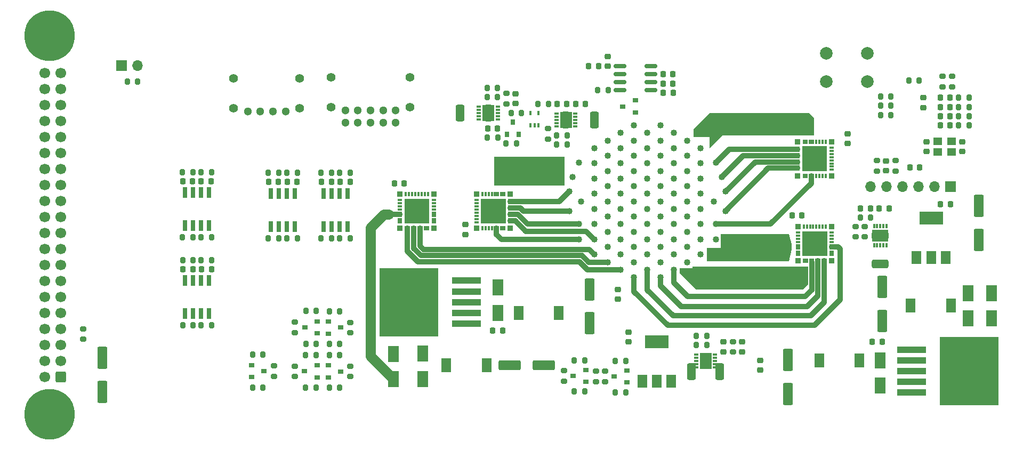
<source format=gbr>
%TF.GenerationSoftware,KiCad,Pcbnew,(6.0.2)*%
%TF.CreationDate,2022-06-14T20:32:41+02:00*%
%TF.ProjectId,SB-Spoko Bezpieczniki,53422d53-706f-46b6-9f20-42657a706965,rev?*%
%TF.SameCoordinates,Original*%
%TF.FileFunction,Soldermask,Top*%
%TF.FilePolarity,Negative*%
%FSLAX46Y46*%
G04 Gerber Fmt 4.6, Leading zero omitted, Abs format (unit mm)*
G04 Created by KiCad (PCBNEW (6.0.2)) date 2022-06-14 20:32:41*
%MOMM*%
%LPD*%
G01*
G04 APERTURE LIST*
G04 Aperture macros list*
%AMRoundRect*
0 Rectangle with rounded corners*
0 $1 Rounding radius*
0 $2 $3 $4 $5 $6 $7 $8 $9 X,Y pos of 4 corners*
0 Add a 4 corners polygon primitive as box body*
4,1,4,$2,$3,$4,$5,$6,$7,$8,$9,$2,$3,0*
0 Add four circle primitives for the rounded corners*
1,1,$1+$1,$2,$3*
1,1,$1+$1,$4,$5*
1,1,$1+$1,$6,$7*
1,1,$1+$1,$8,$9*
0 Add four rect primitives between the rounded corners*
20,1,$1+$1,$2,$3,$4,$5,0*
20,1,$1+$1,$4,$5,$6,$7,0*
20,1,$1+$1,$6,$7,$8,$9,0*
20,1,$1+$1,$8,$9,$2,$3,0*%
%AMFreePoly0*
4,1,5,0.400000,-0.400000,-0.400000,-0.400000,-0.400000,0.400000,0.400000,0.400000,0.400000,-0.400000,0.400000,-0.400000,$1*%
G04 Aperture macros list end*
%ADD10C,0.818830*%
%ADD11C,1.620000*%
%ADD12C,0.000000*%
%ADD13RoundRect,0.225000X0.250000X-0.225000X0.250000X0.225000X-0.250000X0.225000X-0.250000X-0.225000X0*%
%ADD14RoundRect,0.225000X-0.225000X-0.250000X0.225000X-0.250000X0.225000X0.250000X-0.225000X0.250000X0*%
%ADD15RoundRect,0.225000X0.225000X0.250000X-0.225000X0.250000X-0.225000X-0.250000X0.225000X-0.250000X0*%
%ADD16RoundRect,0.225000X-0.250000X0.225000X-0.250000X-0.225000X0.250000X-0.225000X0.250000X0.225000X0*%
%ADD17RoundRect,0.218750X0.218750X0.256250X-0.218750X0.256250X-0.218750X-0.256250X0.218750X-0.256250X0*%
%ADD18RoundRect,0.218750X-0.256250X0.218750X-0.256250X-0.218750X0.256250X-0.218750X0.256250X0.218750X0*%
%ADD19R,0.900000X0.800000*%
%ADD20R,1.700000X1.700000*%
%ADD21O,1.700000X1.700000*%
%ADD22RoundRect,0.218750X-0.218750X-0.256250X0.218750X-0.256250X0.218750X0.256250X-0.218750X0.256250X0*%
%ADD23RoundRect,0.200000X0.200000X0.275000X-0.200000X0.275000X-0.200000X-0.275000X0.200000X-0.275000X0*%
%ADD24RoundRect,0.200000X-0.200000X-0.275000X0.200000X-0.275000X0.200000X0.275000X-0.200000X0.275000X0*%
%ADD25RoundRect,0.200000X-0.275000X0.200000X-0.275000X-0.200000X0.275000X-0.200000X0.275000X0.200000X0*%
%ADD26FreePoly0,0.000000*%
%ADD27FreePoly0,270.000000*%
%ADD28FreePoly0,90.000000*%
%ADD29R,0.800000X0.300000*%
%ADD30R,0.800000X0.200000*%
%ADD31R,0.300000X0.800000*%
%ADD32R,0.200000X0.800000*%
%ADD33R,0.975000X0.975000*%
%ADD34C,0.487500*%
%ADD35RoundRect,0.250000X0.550000X-1.500000X0.550000X1.500000X-0.550000X1.500000X-0.550000X-1.500000X0*%
%ADD36FreePoly0,180.000000*%
%ADD37RoundRect,0.250000X-0.550000X1.500000X-0.550000X-1.500000X0.550000X-1.500000X0.550000X1.500000X0*%
%ADD38R,4.600000X1.100000*%
%ADD39R,9.400000X10.800000*%
%ADD40RoundRect,0.250000X-1.500000X-0.550000X1.500000X-0.550000X1.500000X0.550000X-1.500000X0.550000X0*%
%ADD41R,1.500000X2.200000*%
%ADD42RoundRect,0.200000X0.275000X-0.200000X0.275000X0.200000X-0.275000X0.200000X-0.275000X-0.200000X0*%
%ADD43C,2.000000*%
%ADD44R,1.800000X2.500000*%
%ADD45C,8.000000*%
%ADD46RoundRect,0.250000X0.600000X0.600000X-0.600000X0.600000X-0.600000X-0.600000X0.600000X-0.600000X0*%
%ADD47C,1.700000*%
%ADD48RoundRect,0.150000X0.825000X0.150000X-0.825000X0.150000X-0.825000X-0.150000X0.825000X-0.150000X0*%
%ADD49R,0.750000X0.300000*%
%ADD50R,1.850000X2.550000*%
%ADD51RoundRect,0.250000X-0.425000X-1.075000X0.425000X-1.075000X0.425000X1.075000X-0.425000X1.075000X0*%
%ADD52R,1.500000X2.000000*%
%ADD53R,3.800000X2.000000*%
%ADD54R,0.800000X0.900000*%
%ADD55C,1.300000*%
%ADD56C,1.400000*%
%ADD57RoundRect,0.250000X1.075000X-0.425000X1.075000X0.425000X-1.075000X0.425000X-1.075000X-0.425000X0*%
%ADD58R,0.300000X0.750000*%
%ADD59R,2.550000X1.850000*%
%ADD60R,0.700000X1.700000*%
%ADD61R,1.400000X1.200000*%
%ADD62R,1.850000X2.600000*%
%ADD63R,0.400000X0.650000*%
%ADD64RoundRect,0.250000X0.425000X1.075000X-0.425000X1.075000X-0.425000X-1.075000X0.425000X-1.075000X0*%
%ADD65C,1.020000*%
G04 APERTURE END LIST*
D10*
X171067500Y-99262500D02*
X171845352Y-99262500D01*
X223102926Y-103422926D02*
X222116000Y-103422926D01*
X178832900Y-96262500D02*
X180420800Y-94674600D01*
X171845352Y-99262500D02*
X173526778Y-100943926D01*
X212040600Y-90944000D02*
X205210600Y-97774000D01*
X171067500Y-98262500D02*
X172257232Y-98262500D01*
X219360000Y-115900000D02*
X223450000Y-111810000D01*
X155729000Y-103689000D02*
X156861650Y-104821650D01*
X205856000Y-87944000D02*
X203696000Y-90104000D01*
X219916000Y-111194000D02*
X218230000Y-112880000D01*
X184383200Y-104656800D02*
X183549700Y-103823300D01*
X199230000Y-111320000D02*
X197032400Y-109122400D01*
X216696000Y-87944000D02*
X205856000Y-87944000D01*
X181950000Y-102240000D02*
X169647148Y-102240000D01*
X183549700Y-103823300D02*
X157275180Y-103823300D01*
X190707800Y-108289000D02*
X190707800Y-110527800D01*
X218230000Y-112880000D02*
X198180000Y-112880000D01*
X172669112Y-97262500D02*
X173180012Y-97773400D01*
X192816000Y-110276000D02*
X192816000Y-107069800D01*
X208026000Y-88944000D02*
X204710000Y-92260000D01*
X218917074Y-105872926D02*
X218917074Y-110272926D01*
X182028120Y-105820000D02*
X183277920Y-107069800D01*
X197032400Y-109122400D02*
X197032400Y-107069800D01*
X171067500Y-97262500D02*
X172669112Y-97262500D01*
X156420000Y-105820000D02*
X182028120Y-105820000D01*
X219916000Y-105624000D02*
X219916000Y-111194000D01*
X220916000Y-112274000D02*
X218800000Y-114390000D01*
X217870000Y-111320000D02*
X199230000Y-111320000D01*
X172257232Y-98262500D02*
X173824732Y-99830000D01*
X220916000Y-105624000D02*
X220916000Y-112274000D01*
X169647148Y-102240000D02*
X168868574Y-101461426D01*
D11*
X148840000Y-100370000D02*
X148840000Y-120800000D01*
D10*
X194920000Y-109620000D02*
X194920000Y-108290000D01*
X183496000Y-105876000D02*
X186491400Y-105876000D01*
X173824732Y-99830000D02*
X181950000Y-99830000D01*
X171067500Y-96262500D02*
X178832900Y-96262500D01*
X196930000Y-114390000D02*
X192816000Y-110276000D01*
X216696000Y-90944000D02*
X212040600Y-90944000D01*
X156861650Y-104821650D02*
X182441650Y-104821650D01*
X216696000Y-88944000D02*
X208026000Y-88944000D01*
X154729000Y-104129000D02*
X156420000Y-105820000D01*
X155729000Y-100471000D02*
X155729000Y-103689000D01*
X154729000Y-100471000D02*
X154729000Y-104129000D01*
D12*
G36*
X218480000Y-82160000D02*
G01*
X219290000Y-82970000D01*
X219280000Y-85750000D01*
X204750000Y-85770000D01*
X202670000Y-87750000D01*
X202670000Y-86010000D01*
X200150000Y-86010000D01*
X200150000Y-84740000D01*
X202670000Y-82150000D01*
X218480000Y-82160000D01*
G37*
D10*
X218896000Y-93324000D02*
X218896000Y-92144000D01*
X168868574Y-101461426D02*
X168868574Y-100462500D01*
X196080000Y-115900000D02*
X219360000Y-115900000D01*
X182441650Y-104821650D02*
X183496000Y-105876000D01*
X223450000Y-111810000D02*
X223450000Y-103770000D01*
X157275180Y-103823300D02*
X156727926Y-103276046D01*
D11*
X148840000Y-120800000D02*
X152460000Y-124420000D01*
D10*
X156727926Y-103276046D02*
X156727926Y-100471000D01*
D12*
G36*
X215590000Y-106590000D02*
G01*
X218330000Y-106590000D01*
X218330000Y-109390000D01*
X217520000Y-110180000D01*
X200570000Y-110210000D01*
X197990000Y-107610000D01*
X197990000Y-106830000D01*
X200000000Y-106830000D01*
X200000000Y-106570000D01*
X202290000Y-106570000D01*
X215590000Y-106590000D01*
G37*
D10*
X153529000Y-98271000D02*
X151754000Y-98271000D01*
X173180012Y-97773400D02*
X180420800Y-97773400D01*
X183093926Y-100943926D02*
X184390000Y-102240000D01*
X198180000Y-112880000D02*
X194920000Y-109620000D01*
X212389200Y-99830800D02*
X218896000Y-93324000D01*
X183277920Y-107069800D02*
X188599600Y-107069800D01*
X203687200Y-99830800D02*
X212389200Y-99830800D01*
X223450000Y-103770000D02*
X223102926Y-103422926D01*
X190707800Y-110527800D02*
X196080000Y-115900000D01*
X218917074Y-110272926D02*
X217870000Y-111320000D01*
D12*
G36*
X179650000Y-89140000D02*
G01*
X179650000Y-93680000D01*
X168470000Y-93680000D01*
X168480000Y-89120000D01*
X179650000Y-89140000D01*
G37*
D11*
X151751500Y-98268500D02*
X150941500Y-98268500D01*
D12*
G36*
X215740000Y-103020000D02*
G01*
X215740000Y-103850000D01*
X215280000Y-105750000D01*
X202260000Y-105760000D01*
X202260000Y-103600000D01*
X204500000Y-103600000D01*
X204500000Y-101430000D01*
X215280000Y-101400000D01*
X215740000Y-103020000D01*
G37*
D10*
X173526778Y-100943926D02*
X183093926Y-100943926D01*
X216696000Y-89944000D02*
X209941800Y-89944000D01*
X218800000Y-114390000D02*
X196930000Y-114390000D01*
X209941800Y-89944000D02*
X205232000Y-94653800D01*
D11*
X150941500Y-98268500D02*
X148840000Y-100370000D01*
D13*
%TO.C,C1*%
X163900000Y-101455000D03*
X163900000Y-99905000D03*
%TD*%
D14*
%TO.C,C2*%
X168275000Y-116700000D03*
X169825000Y-116700000D03*
%TD*%
D15*
%TO.C,C3*%
X230105000Y-118500000D03*
X228555000Y-118500000D03*
%TD*%
D16*
%TO.C,C7*%
X210740000Y-121445000D03*
X210740000Y-122995000D03*
%TD*%
D17*
%TO.C,FB1*%
X196907500Y-78960000D03*
X195332500Y-78960000D03*
%TD*%
D18*
%TO.C,FB2*%
X186510000Y-73192500D03*
X186510000Y-74767500D03*
%TD*%
D16*
%TO.C,C6*%
X188170000Y-110175000D03*
X188170000Y-111725000D03*
%TD*%
D19*
%TO.C,D18*%
X190910000Y-82080000D03*
X190910000Y-80180000D03*
X188910000Y-81130000D03*
%TD*%
D20*
%TO.C,JP1*%
X109320000Y-74670000D03*
D21*
X111860000Y-74670000D03*
%TD*%
D16*
%TO.C,C30*%
X224640000Y-85465000D03*
X224640000Y-87015000D03*
%TD*%
D14*
%TO.C,C31*%
X215835000Y-98440000D03*
X217385000Y-98440000D03*
%TD*%
D13*
%TO.C,C34*%
X242850000Y-88315000D03*
X242850000Y-86765000D03*
%TD*%
D14*
%TO.C,C27*%
X195345000Y-77500000D03*
X196895000Y-77500000D03*
%TD*%
%TO.C,C28*%
X195345000Y-76040000D03*
X196895000Y-76040000D03*
%TD*%
%TO.C,C32*%
X152645000Y-93330000D03*
X154195000Y-93330000D03*
%TD*%
D13*
%TO.C,C33*%
X230760000Y-91365000D03*
X230760000Y-89815000D03*
%TD*%
D15*
%TO.C,C29*%
X185070000Y-74770000D03*
X183520000Y-74770000D03*
%TD*%
D22*
%TO.C,D22*%
X239332500Y-84140000D03*
X240907500Y-84140000D03*
%TD*%
D17*
%TO.C,D15*%
X123545000Y-93015000D03*
X121970000Y-93015000D03*
%TD*%
D22*
%TO.C,D19*%
X239322500Y-79760000D03*
X240897500Y-79760000D03*
%TD*%
D13*
%TO.C,C35*%
X237190000Y-88315000D03*
X237190000Y-86765000D03*
%TD*%
D15*
%TO.C,C37*%
X240935000Y-96680000D03*
X239385000Y-96680000D03*
%TD*%
D22*
%TO.C,D21*%
X239332500Y-81220000D03*
X240907500Y-81220000D03*
%TD*%
%TO.C,D20*%
X239332500Y-82680000D03*
X240907500Y-82680000D03*
%TD*%
D17*
%TO.C,D12*%
X134242500Y-93135000D03*
X132667500Y-93135000D03*
%TD*%
%TO.C,D13*%
X145592500Y-93135000D03*
X144017500Y-93135000D03*
%TD*%
%TO.C,D14*%
X142632500Y-93135000D03*
X141057500Y-93135000D03*
%TD*%
D23*
%TO.C,R10*%
X134280000Y-91675000D03*
X132630000Y-91675000D03*
%TD*%
D24*
%TO.C,R37*%
X242250000Y-79760000D03*
X243900000Y-79760000D03*
%TD*%
D23*
%TO.C,R8*%
X120660000Y-115885000D03*
X119010000Y-115885000D03*
%TD*%
%TO.C,R19*%
X111860000Y-77210000D03*
X110210000Y-77210000D03*
%TD*%
%TO.C,R14*%
X142670000Y-91675000D03*
X141020000Y-91675000D03*
%TD*%
D25*
%TO.C,R20*%
X229300000Y-89765000D03*
X229300000Y-91415000D03*
%TD*%
D24*
%TO.C,R38*%
X242255000Y-82680000D03*
X243905000Y-82680000D03*
%TD*%
D25*
%TO.C,R3*%
X232220000Y-89765000D03*
X232220000Y-91415000D03*
%TD*%
D23*
%TO.C,R13*%
X145630000Y-91675000D03*
X143980000Y-91675000D03*
%TD*%
%TO.C,R7*%
X123620000Y-115885000D03*
X121970000Y-115885000D03*
%TD*%
%TO.C,R11*%
X137230000Y-102055000D03*
X135580000Y-102055000D03*
%TD*%
%TO.C,R9*%
X137240000Y-91675000D03*
X135590000Y-91675000D03*
%TD*%
%TO.C,R12*%
X134270000Y-102055000D03*
X132620000Y-102055000D03*
%TD*%
D26*
%TO.C,U15*%
X158929000Y-100471000D03*
D27*
X153529000Y-100471000D03*
X153529000Y-95071000D03*
D28*
X158929000Y-95071000D03*
D29*
X158929000Y-99521000D03*
D30*
X158929000Y-99271000D03*
D29*
X158929000Y-99021000D03*
X158929000Y-98521000D03*
D30*
X158929000Y-98271000D03*
D29*
X158929000Y-98021000D03*
X158929000Y-97521000D03*
X158929000Y-97021000D03*
X158929000Y-96521000D03*
X158929000Y-96021000D03*
D31*
X157979000Y-95071000D03*
X157479000Y-95071000D03*
X156979000Y-95071000D03*
X156479000Y-95071000D03*
X155979000Y-95071000D03*
X155479000Y-95071000D03*
X154979000Y-95071000D03*
X154479000Y-95071000D03*
D29*
X153529000Y-96021000D03*
X153529000Y-96521000D03*
X153529000Y-97021000D03*
X153529000Y-97521000D03*
X153529000Y-98021000D03*
D30*
X153529000Y-98271000D03*
D29*
X153529000Y-98521000D03*
X153529000Y-99021000D03*
D30*
X153529000Y-99271000D03*
D29*
X153529000Y-99521000D03*
D31*
X154479000Y-100471000D03*
D32*
X154729000Y-100471000D03*
D31*
X154979000Y-100471000D03*
D32*
X155729000Y-100471000D03*
D31*
X155479000Y-100471000D03*
X155979000Y-100471000D03*
X156479000Y-100471000D03*
X156979000Y-100471000D03*
D32*
X156729000Y-100471000D03*
D31*
X157479000Y-100471000D03*
D32*
X157729000Y-100471000D03*
D31*
X157979000Y-100471000D03*
D33*
X157691500Y-96308500D03*
X157691500Y-99233500D03*
D34*
X155741500Y-97283500D03*
D33*
X154766500Y-98258500D03*
D34*
X156716500Y-96308500D03*
X157691500Y-97283500D03*
X154766500Y-99233500D03*
D33*
X156716500Y-98258500D03*
D34*
X157691500Y-98258500D03*
X156716500Y-98258500D03*
D33*
X155741500Y-96308500D03*
D34*
X156716500Y-99233500D03*
D33*
X154766500Y-96308500D03*
X154766500Y-97283500D03*
D34*
X155741500Y-96308500D03*
D33*
X155741500Y-97283500D03*
D34*
X154766500Y-97283500D03*
X154766500Y-96308500D03*
D33*
X157691500Y-98258500D03*
X156716500Y-97283500D03*
D34*
X156716500Y-97283500D03*
D33*
X155741500Y-99233500D03*
D34*
X155741500Y-99233500D03*
D33*
X156716500Y-96308500D03*
D34*
X155741500Y-98258500D03*
D33*
X154766500Y-99233500D03*
D34*
X157691500Y-99233500D03*
D33*
X157691500Y-97283500D03*
X155741500Y-98258500D03*
X156716500Y-99233500D03*
D34*
X157691500Y-96308500D03*
X154766500Y-98258500D03*
%TD*%
D35*
%TO.C,C36*%
X245480000Y-102320000D03*
X245480000Y-96920000D03*
%TD*%
%TO.C,C5*%
X230110000Y-115220000D03*
X230110000Y-109820000D03*
%TD*%
D36*
%TO.C,U13*%
X222096000Y-86744000D03*
D27*
X216696000Y-92144000D03*
D26*
X222096000Y-92144000D03*
D36*
X216696000Y-86744000D03*
D31*
X217646000Y-92144000D03*
D32*
X217896000Y-92144000D03*
D31*
X218146000Y-92144000D03*
D32*
X218896000Y-92144000D03*
D31*
X218646000Y-92144000D03*
X219146000Y-92144000D03*
X219646000Y-92144000D03*
X220146000Y-92144000D03*
X220646000Y-92144000D03*
X221146000Y-92144000D03*
D29*
X222096000Y-91194000D03*
X222096000Y-90694000D03*
X222096000Y-90194000D03*
X222096000Y-89694000D03*
X222096000Y-89194000D03*
X222096000Y-88694000D03*
X222096000Y-88194000D03*
X222096000Y-87694000D03*
D31*
X221146000Y-86744000D03*
X220646000Y-86744000D03*
X220146000Y-86744000D03*
X219646000Y-86744000D03*
X219146000Y-86744000D03*
X218646000Y-86744000D03*
D32*
X218896000Y-86744000D03*
D31*
X218146000Y-86744000D03*
X217646000Y-86744000D03*
D32*
X217896000Y-86744000D03*
D30*
X216696000Y-87944000D03*
D29*
X216696000Y-87694000D03*
X216696000Y-88194000D03*
X216696000Y-88694000D03*
D30*
X216696000Y-88944000D03*
D29*
X216696000Y-89194000D03*
X216696000Y-89694000D03*
X216696000Y-90194000D03*
D30*
X216696000Y-89944000D03*
D29*
X216696000Y-90694000D03*
X216696000Y-91194000D03*
D30*
X216696000Y-90944000D03*
D34*
X217933500Y-87981500D03*
D33*
X217933500Y-87981500D03*
D34*
X220858500Y-87981500D03*
X218908500Y-89931500D03*
D33*
X220858500Y-87981500D03*
D34*
X220858500Y-90906500D03*
D33*
X218908500Y-88956500D03*
X218908500Y-89931500D03*
X218908500Y-90906500D03*
D34*
X218908500Y-90906500D03*
X219883500Y-89931500D03*
X219883500Y-87981500D03*
D33*
X219883500Y-90906500D03*
D34*
X218908500Y-87981500D03*
X219883500Y-90906500D03*
D33*
X217933500Y-90906500D03*
D34*
X217933500Y-88956500D03*
D33*
X219883500Y-89931500D03*
D34*
X217933500Y-89931500D03*
X219883500Y-88956500D03*
D33*
X220858500Y-88956500D03*
X219883500Y-88956500D03*
X219883500Y-87981500D03*
D34*
X217933500Y-90906500D03*
D33*
X217933500Y-88956500D03*
D34*
X218908500Y-88956500D03*
D33*
X218908500Y-87981500D03*
D34*
X220858500Y-88956500D03*
D33*
X220858500Y-90906500D03*
X220858500Y-89931500D03*
X217933500Y-89931500D03*
D34*
X220858500Y-89931500D03*
%TD*%
D27*
%TO.C,U14*%
X216716000Y-100224000D03*
D26*
X222116000Y-105624000D03*
D28*
X222116000Y-100224000D03*
D27*
X216716000Y-105624000D03*
D30*
X222116000Y-104424000D03*
D29*
X222116000Y-104674000D03*
X222116000Y-104174000D03*
X222116000Y-103674000D03*
D30*
X222116000Y-103424000D03*
D29*
X222116000Y-103174000D03*
X222116000Y-102674000D03*
X222116000Y-102174000D03*
X222116000Y-101674000D03*
X222116000Y-101174000D03*
D31*
X221166000Y-100224000D03*
X220666000Y-100224000D03*
X220166000Y-100224000D03*
X219666000Y-100224000D03*
X219166000Y-100224000D03*
X218666000Y-100224000D03*
X218166000Y-100224000D03*
X217666000Y-100224000D03*
D29*
X216716000Y-101174000D03*
X216716000Y-101674000D03*
X216716000Y-102174000D03*
X216716000Y-102674000D03*
X216716000Y-103174000D03*
D30*
X216716000Y-103424000D03*
D29*
X216716000Y-103674000D03*
X216716000Y-104174000D03*
D30*
X216716000Y-104424000D03*
D29*
X216716000Y-104674000D03*
D32*
X217916000Y-105624000D03*
D31*
X217666000Y-105624000D03*
X218166000Y-105624000D03*
X218666000Y-105624000D03*
D32*
X218916000Y-105624000D03*
D31*
X219166000Y-105624000D03*
X219666000Y-105624000D03*
D32*
X219916000Y-105624000D03*
D31*
X220166000Y-105624000D03*
X220666000Y-105624000D03*
D32*
X220916000Y-105624000D03*
D31*
X221166000Y-105624000D03*
D34*
X220878500Y-104386500D03*
D33*
X218928500Y-103411500D03*
D34*
X220878500Y-103411500D03*
D33*
X217953500Y-102436500D03*
X218928500Y-101461500D03*
X219903500Y-101461500D03*
X219903500Y-104386500D03*
X219903500Y-103411500D03*
D34*
X219903500Y-103411500D03*
X217953500Y-101461500D03*
X218928500Y-102436500D03*
D33*
X217953500Y-104386500D03*
D34*
X218928500Y-101461500D03*
D33*
X218928500Y-102436500D03*
X220878500Y-102436500D03*
D34*
X217953500Y-104386500D03*
X220878500Y-102436500D03*
X217953500Y-103411500D03*
D33*
X220878500Y-104386500D03*
X218928500Y-104386500D03*
X220878500Y-101461500D03*
D34*
X217953500Y-102436500D03*
D33*
X220878500Y-103411500D03*
D34*
X218928500Y-104386500D03*
D33*
X219903500Y-102436500D03*
X217953500Y-103411500D03*
D34*
X220878500Y-101461500D03*
D33*
X217953500Y-101461500D03*
D34*
X219903500Y-104386500D03*
X219903500Y-101461500D03*
X219903500Y-102436500D03*
X218928500Y-103411500D03*
%TD*%
D28*
%TO.C,U12*%
X171067500Y-95062500D03*
D36*
X165667500Y-95062500D03*
D26*
X171067500Y-100462500D03*
X165667500Y-100462500D03*
D32*
X169867500Y-95062500D03*
D31*
X170117500Y-95062500D03*
X169617500Y-95062500D03*
X169117500Y-95062500D03*
D32*
X168867500Y-95062500D03*
D31*
X168617500Y-95062500D03*
X168117500Y-95062500D03*
X167617500Y-95062500D03*
X167117500Y-95062500D03*
X166617500Y-95062500D03*
D29*
X165667500Y-96012500D03*
X165667500Y-96512500D03*
X165667500Y-97012500D03*
X165667500Y-97512500D03*
X165667500Y-98012500D03*
X165667500Y-98512500D03*
X165667500Y-99012500D03*
X165667500Y-99512500D03*
D31*
X166617500Y-100462500D03*
X167117500Y-100462500D03*
X167617500Y-100462500D03*
X168117500Y-100462500D03*
X168617500Y-100462500D03*
X169117500Y-100462500D03*
D32*
X168867500Y-100462500D03*
D31*
X169617500Y-100462500D03*
D32*
X169867500Y-100462500D03*
D31*
X170117500Y-100462500D03*
D30*
X171067500Y-99262500D03*
D29*
X171067500Y-99512500D03*
X171067500Y-99012500D03*
X171067500Y-98512500D03*
D30*
X171067500Y-98262500D03*
D29*
X171067500Y-98012500D03*
X171067500Y-97512500D03*
X171067500Y-97012500D03*
D30*
X171067500Y-97262500D03*
D29*
X171067500Y-96512500D03*
X171067500Y-96012500D03*
D30*
X171067500Y-96262500D03*
D33*
X168855000Y-98250000D03*
D34*
X167880000Y-99225000D03*
X166905000Y-98250000D03*
D33*
X169830000Y-98250000D03*
X167880000Y-96300000D03*
D34*
X168855000Y-98250000D03*
X169830000Y-96300000D03*
D33*
X167880000Y-97275000D03*
D34*
X166905000Y-99225000D03*
D33*
X166905000Y-98250000D03*
X169830000Y-97275000D03*
D34*
X167880000Y-97275000D03*
X168855000Y-97275000D03*
X166905000Y-96300000D03*
X168855000Y-96300000D03*
X168855000Y-99225000D03*
D33*
X168855000Y-97275000D03*
X166905000Y-96300000D03*
D34*
X166905000Y-97275000D03*
D33*
X166905000Y-99225000D03*
X167880000Y-98250000D03*
X169830000Y-96300000D03*
D34*
X169830000Y-97275000D03*
D33*
X167880000Y-99225000D03*
D34*
X169830000Y-98250000D03*
D33*
X168855000Y-96300000D03*
X166905000Y-97275000D03*
X169830000Y-99225000D03*
D34*
X169830000Y-99225000D03*
X167880000Y-98250000D03*
D33*
X168855000Y-99225000D03*
D34*
X167880000Y-96300000D03*
%TD*%
D37*
%TO.C,C9*%
X215140000Y-121420000D03*
X215140000Y-126820000D03*
%TD*%
D23*
%TO.C,R21*%
X131785000Y-120555000D03*
X130135000Y-120555000D03*
%TD*%
D38*
%TO.C,U3*%
X234755000Y-119760000D03*
X234755000Y-121460000D03*
X234755000Y-123160000D03*
D39*
X243905000Y-123160000D03*
D38*
X234755000Y-124860000D03*
X234755000Y-126560000D03*
%TD*%
D40*
%TO.C,C4*%
X170930000Y-122240000D03*
X176330000Y-122240000D03*
%TD*%
D37*
%TO.C,C8*%
X183640000Y-110180000D03*
X183640000Y-115580000D03*
%TD*%
D19*
%TO.C,Q5*%
X142130000Y-115310000D03*
X142130000Y-117210000D03*
X144130000Y-116260000D03*
%TD*%
D41*
%TO.C,L3*%
X160885000Y-122250000D03*
X167285000Y-122250000D03*
%TD*%
%TO.C,L1*%
X172360000Y-113910000D03*
X178760000Y-113910000D03*
%TD*%
D18*
%TO.C,FB3*%
X236620000Y-79730000D03*
X236620000Y-81305000D03*
%TD*%
D23*
%TO.C,R22*%
X131785000Y-125755000D03*
X130135000Y-125755000D03*
%TD*%
D24*
%TO.C,R39*%
X242255000Y-81220000D03*
X243905000Y-81220000D03*
%TD*%
D19*
%TO.C,Q2*%
X140400000Y-117180000D03*
X140400000Y-115280000D03*
X138400000Y-116230000D03*
%TD*%
D24*
%TO.C,R40*%
X242255000Y-84140000D03*
X243905000Y-84140000D03*
%TD*%
D20*
%TO.C,J1*%
X240940000Y-93880000D03*
D21*
X238400000Y-93880000D03*
X235860000Y-93880000D03*
X233320000Y-93880000D03*
X230780000Y-93880000D03*
X228240000Y-93880000D03*
%TD*%
D19*
%TO.C,Q4*%
X140380000Y-124150000D03*
X140380000Y-122250000D03*
X138380000Y-123200000D03*
%TD*%
%TO.C,Q1*%
X129960000Y-122220000D03*
X129960000Y-124120000D03*
X131960000Y-123170000D03*
%TD*%
%TO.C,Q3*%
X142140000Y-122270000D03*
X142140000Y-124170000D03*
X144140000Y-123220000D03*
%TD*%
D25*
%TO.C,R23*%
X133490000Y-122340000D03*
X133490000Y-123990000D03*
%TD*%
D23*
%TO.C,R47*%
X186575000Y-78580000D03*
X184925000Y-78580000D03*
%TD*%
D24*
%TO.C,R28*%
X138575000Y-118840000D03*
X140225000Y-118840000D03*
%TD*%
%TO.C,R29*%
X138575000Y-113620000D03*
X140225000Y-113620000D03*
%TD*%
%TO.C,R32*%
X138555000Y-120610000D03*
X140205000Y-120610000D03*
%TD*%
D42*
%TO.C,R33*%
X136840000Y-124025000D03*
X136840000Y-122375000D03*
%TD*%
D23*
%TO.C,R35*%
X143965000Y-125815000D03*
X142315000Y-125815000D03*
%TD*%
D38*
%TO.C,U2*%
X164100000Y-115610000D03*
X164100000Y-113910000D03*
D39*
X154950000Y-112210000D03*
D38*
X164100000Y-112210000D03*
X164100000Y-110510000D03*
X164100000Y-108810000D03*
%TD*%
D24*
%TO.C,R31*%
X138555000Y-125800000D03*
X140205000Y-125800000D03*
%TD*%
D42*
%TO.C,R30*%
X136860000Y-117055000D03*
X136860000Y-115405000D03*
%TD*%
D23*
%TO.C,R26*%
X143955000Y-118870000D03*
X142305000Y-118870000D03*
%TD*%
%TO.C,R34*%
X143965000Y-120625000D03*
X142315000Y-120625000D03*
%TD*%
D43*
%TO.C,SW1*%
X227740000Y-72720000D03*
X221240000Y-72720000D03*
X227740000Y-77220000D03*
X221240000Y-77220000D03*
%TD*%
D23*
%TO.C,R25*%
X143955000Y-113650000D03*
X142305000Y-113650000D03*
%TD*%
D25*
%TO.C,R36*%
X145670000Y-122390000D03*
X145670000Y-124040000D03*
%TD*%
%TO.C,R27*%
X145660000Y-115435000D03*
X145660000Y-117085000D03*
%TD*%
D44*
%TO.C,D3*%
X152460000Y-124420000D03*
X152460000Y-120420000D03*
%TD*%
%TO.C,D4*%
X247470000Y-110790000D03*
X247470000Y-114790000D03*
%TD*%
D17*
%TO.C,D16*%
X120585000Y-93015000D03*
X119010000Y-93015000D03*
%TD*%
D44*
%TO.C,D6*%
X243780000Y-110790000D03*
X243780000Y-114790000D03*
%TD*%
%TO.C,D5*%
X157150000Y-124400000D03*
X157150000Y-120400000D03*
%TD*%
%TO.C,D7*%
X169075000Y-113910000D03*
X169075000Y-109910000D03*
%TD*%
D23*
%TO.C,R15*%
X145625000Y-102045000D03*
X143975000Y-102045000D03*
%TD*%
D44*
%TO.C,D8*%
X229770000Y-121460000D03*
X229770000Y-125460000D03*
%TD*%
D23*
%TO.C,R16*%
X142665000Y-102045000D03*
X141015000Y-102045000D03*
%TD*%
D45*
%TO.C,J2*%
X97877500Y-69925000D03*
X97877500Y-129995000D03*
D46*
X99677500Y-124090000D03*
D47*
X97137500Y-124090000D03*
X99677500Y-121550000D03*
X97137500Y-121550000D03*
X99677500Y-119010000D03*
X97137500Y-119010000D03*
X99677500Y-116470000D03*
X97137500Y-116470000D03*
X99677500Y-113930000D03*
X97137500Y-113930000D03*
X99677500Y-111390000D03*
X97137500Y-111390000D03*
X99677500Y-108850000D03*
X97137500Y-108850000D03*
X99677500Y-106310000D03*
X97137500Y-106310000D03*
X99677500Y-103770000D03*
X97137500Y-103770000D03*
X99677500Y-101230000D03*
X97137500Y-101230000D03*
X99677500Y-98690000D03*
X97137500Y-98690000D03*
X99677500Y-96150000D03*
X97137500Y-96150000D03*
X99677500Y-93610000D03*
X97137500Y-93610000D03*
X99677500Y-91070000D03*
X97137500Y-91070000D03*
X99677500Y-88530000D03*
X97137500Y-88530000D03*
X99677500Y-85990000D03*
X97137500Y-85990000D03*
X99677500Y-83450000D03*
X97137500Y-83450000D03*
X99677500Y-80910000D03*
X97137500Y-80910000D03*
X99677500Y-78370000D03*
X97137500Y-78370000D03*
X99677500Y-75830000D03*
X97137500Y-75830000D03*
%TD*%
D48*
%TO.C,U11*%
X193410000Y-78580000D03*
X193410000Y-77310000D03*
X193410000Y-76040000D03*
X193410000Y-74770000D03*
X188460000Y-74770000D03*
X188460000Y-76040000D03*
X188460000Y-77310000D03*
X188460000Y-78580000D03*
%TD*%
D49*
%TO.C,IC6*%
X178400000Y-82270000D03*
X178400000Y-82770000D03*
X178400000Y-83270000D03*
X178400000Y-83770000D03*
X178400000Y-84270000D03*
X181400000Y-84270000D03*
X181400000Y-83770000D03*
X181400000Y-83270000D03*
X181400000Y-82770000D03*
X181400000Y-82270000D03*
D50*
X179900000Y-83270000D03*
%TD*%
D15*
%TO.C,C18*%
X169005000Y-84650000D03*
X167455000Y-84650000D03*
%TD*%
D51*
%TO.C,F1*%
X163090000Y-82180000D03*
X167590000Y-82180000D03*
%TD*%
D23*
%TO.C,R6*%
X120660000Y-105515000D03*
X119010000Y-105515000D03*
%TD*%
D52*
%TO.C,U4*%
X235580000Y-105150000D03*
X237880000Y-105150000D03*
D53*
X237880000Y-98850000D03*
D52*
X240180000Y-105150000D03*
%TD*%
D54*
%TO.C,Q6*%
X170510000Y-85610000D03*
X172410000Y-85610000D03*
X171460000Y-83610000D03*
%TD*%
D25*
%TO.C,R50*%
X239730000Y-76365000D03*
X239730000Y-78015000D03*
%TD*%
D24*
%TO.C,ILIM4*%
X200595000Y-119020000D03*
X202245000Y-119020000D03*
%TD*%
D23*
%TO.C,IMON2*%
X228285000Y-98800000D03*
X226635000Y-98800000D03*
%TD*%
D55*
%TO.C,J3*%
X135350000Y-81915000D03*
X133350000Y-81915000D03*
X131350000Y-81915000D03*
X129350000Y-81915000D03*
D56*
X137600000Y-81415000D03*
X127100000Y-81415000D03*
X137600000Y-76665000D03*
X127100000Y-76665000D03*
%TD*%
D41*
%TO.C,L2*%
X226500000Y-121440000D03*
X220100000Y-121440000D03*
%TD*%
D25*
%TO.C,R55*%
X186132500Y-123202500D03*
X186132500Y-124852500D03*
%TD*%
D19*
%TO.C,Q8*%
X189562500Y-124977500D03*
X189562500Y-123077500D03*
X187562500Y-124027500D03*
%TD*%
D42*
%TO.C,ILIM5*%
X227350000Y-101835000D03*
X227350000Y-100185000D03*
%TD*%
D23*
%TO.C,R52*%
X235985000Y-76990000D03*
X234335000Y-76990000D03*
%TD*%
D13*
%TO.C,C39*%
X207850000Y-120095000D03*
X207850000Y-118545000D03*
%TD*%
D57*
%TO.C,F3*%
X229830000Y-106140000D03*
X229830000Y-101640000D03*
%TD*%
D24*
%TO.C,R17*%
X181232011Y-121450000D03*
X182882011Y-121450000D03*
%TD*%
D58*
%TO.C,IC5*%
X230827500Y-100160000D03*
X230327500Y-100160000D03*
X229827500Y-100160000D03*
X229327500Y-100160000D03*
X228827500Y-100160000D03*
X228827500Y-103160000D03*
X229327500Y-103160000D03*
X229827500Y-103160000D03*
X230327500Y-103160000D03*
X230827500Y-103160000D03*
D59*
X229827500Y-101660000D03*
%TD*%
D24*
%TO.C,R1*%
X229845000Y-82500000D03*
X231495000Y-82500000D03*
%TD*%
D17*
%TO.C,D11*%
X137200000Y-93140000D03*
X135625000Y-93140000D03*
%TD*%
D15*
%TO.C,C19*%
X182985000Y-80790000D03*
X181435000Y-80790000D03*
%TD*%
D24*
%TO.C,ILIM3*%
X200590000Y-117560000D03*
X202240000Y-117560000D03*
%TD*%
D23*
%TO.C,R45*%
X123580000Y-91555000D03*
X121930000Y-91555000D03*
%TD*%
D60*
%TO.C,O2*%
X136825000Y-94975000D03*
X135555000Y-94975000D03*
X134285000Y-94975000D03*
X133015000Y-94975000D03*
X133015000Y-100225000D03*
X134285000Y-100225000D03*
X135555000Y-100225000D03*
X136825000Y-100225000D03*
%TD*%
D24*
%TO.C,R60*%
X171185000Y-82170000D03*
X172835000Y-82170000D03*
%TD*%
D23*
%TO.C,R53*%
X189387500Y-121547500D03*
X187737500Y-121547500D03*
%TD*%
%TO.C,ILIM7*%
X180075000Y-85750000D03*
X178425000Y-85750000D03*
%TD*%
%TO.C,R49*%
X120630000Y-101925000D03*
X118980000Y-101925000D03*
%TD*%
D51*
%TO.C,F2*%
X199780000Y-123230000D03*
X204280000Y-123230000D03*
%TD*%
D61*
%TO.C,Y1*%
X238920000Y-88390000D03*
X241120000Y-88390000D03*
X241120000Y-86690000D03*
X238920000Y-86690000D03*
%TD*%
D24*
%TO.C,R2*%
X229845000Y-81040000D03*
X231495000Y-81040000D03*
%TD*%
D42*
%TO.C,R54*%
X103180000Y-118105000D03*
X103180000Y-116455000D03*
%TD*%
D19*
%TO.C,Q7*%
X183057011Y-124880000D03*
X183057011Y-122980000D03*
X181057011Y-123930000D03*
%TD*%
D24*
%TO.C,R4*%
X229850000Y-79580000D03*
X231500000Y-79580000D03*
%TD*%
%TO.C,R59*%
X170365000Y-87040000D03*
X172015000Y-87040000D03*
%TD*%
%TO.C,ILIM1*%
X167395000Y-78230000D03*
X169045000Y-78230000D03*
%TD*%
D15*
%TO.C,C15*%
X228235000Y-97340000D03*
X226685000Y-97340000D03*
%TD*%
D49*
%TO.C,IC4*%
X203570000Y-122550000D03*
X203570000Y-122050000D03*
X203570000Y-121550000D03*
X203570000Y-121050000D03*
X203570000Y-120550000D03*
X200570000Y-120550000D03*
X200570000Y-121050000D03*
X200570000Y-121550000D03*
X200570000Y-122050000D03*
X200570000Y-122550000D03*
D62*
X202070000Y-121550000D03*
%TD*%
D60*
%TO.C,O1*%
X123215000Y-108805000D03*
X121945000Y-108805000D03*
X120675000Y-108805000D03*
X119405000Y-108805000D03*
X119405000Y-114055000D03*
X120675000Y-114055000D03*
X121945000Y-114055000D03*
X123215000Y-114055000D03*
%TD*%
D14*
%TO.C,C20*%
X178475000Y-80780000D03*
X180025000Y-80780000D03*
%TD*%
D63*
%TO.C,U5*%
X174250000Y-84110000D03*
X174900000Y-84110000D03*
X175550000Y-84110000D03*
X175550000Y-82210000D03*
X174250000Y-82210000D03*
%TD*%
D52*
%TO.C,U6*%
X192030000Y-124790000D03*
X194330000Y-124790000D03*
D53*
X194330000Y-118490000D03*
D52*
X196630000Y-124790000D03*
%TD*%
D60*
%TO.C,O3*%
X145235000Y-94965000D03*
X143965000Y-94965000D03*
X142695000Y-94965000D03*
X141425000Y-94965000D03*
X141425000Y-100215000D03*
X142695000Y-100215000D03*
X143965000Y-100215000D03*
X145235000Y-100215000D03*
%TD*%
D49*
%TO.C,IC2*%
X169080000Y-83170000D03*
X169080000Y-82670000D03*
X169080000Y-82170000D03*
X169080000Y-81670000D03*
X169080000Y-81170000D03*
X166080000Y-81170000D03*
X166080000Y-81670000D03*
X166080000Y-82170000D03*
X166080000Y-82670000D03*
X166080000Y-83170000D03*
D50*
X167580000Y-82170000D03*
%TD*%
D23*
%TO.C,R61*%
X177115000Y-80780000D03*
X175465000Y-80780000D03*
%TD*%
D13*
%TO.C,C21*%
X189810000Y-118505000D03*
X189810000Y-116955000D03*
%TD*%
D23*
%TO.C,R46*%
X120620000Y-91555000D03*
X118970000Y-91555000D03*
%TD*%
D24*
%TO.C,R42*%
X187737500Y-126517500D03*
X189387500Y-126517500D03*
%TD*%
D13*
%TO.C,C17*%
X171890000Y-80665000D03*
X171890000Y-79115000D03*
%TD*%
D23*
%TO.C,R5*%
X123620000Y-105515000D03*
X121970000Y-105515000D03*
%TD*%
D24*
%TO.C,R43*%
X167405000Y-86110000D03*
X169055000Y-86110000D03*
%TD*%
D25*
%TO.C,R41*%
X179617011Y-123105000D03*
X179617011Y-124755000D03*
%TD*%
%TO.C,IMON3*%
X177040000Y-84645000D03*
X177040000Y-86295000D03*
%TD*%
D17*
%TO.C,D1*%
X123582500Y-106975000D03*
X122007500Y-106975000D03*
%TD*%
D55*
%TO.C,J4*%
X144850000Y-83750000D03*
X146850000Y-83750000D03*
X148850000Y-83750000D03*
X150850000Y-83750000D03*
X152850000Y-83750000D03*
X144850000Y-81750000D03*
X146850000Y-81750000D03*
X148850000Y-81750000D03*
X150850000Y-81750000D03*
X152850000Y-81750000D03*
D56*
X155100000Y-76500000D03*
X155100000Y-81250000D03*
X142600000Y-81250000D03*
X142600000Y-76500000D03*
%TD*%
D23*
%TO.C,R48*%
X123590000Y-101925000D03*
X121940000Y-101925000D03*
%TD*%
D13*
%TO.C,CLAMP1*%
X204930000Y-120100000D03*
X204930000Y-118550000D03*
%TD*%
D35*
%TO.C,C25*%
X106250000Y-126450000D03*
X106250000Y-121050000D03*
%TD*%
D60*
%TO.C,O5*%
X123195000Y-94845000D03*
X121925000Y-94845000D03*
X120655000Y-94845000D03*
X119385000Y-94845000D03*
X119385000Y-100095000D03*
X120655000Y-100095000D03*
X121925000Y-100095000D03*
X123195000Y-100095000D03*
%TD*%
D25*
%TO.C,R51*%
X241190000Y-76365000D03*
X241190000Y-78015000D03*
%TD*%
D42*
%TO.C,R44*%
X206390000Y-120145000D03*
X206390000Y-118495000D03*
%TD*%
D64*
%TO.C,F4*%
X184380000Y-83270000D03*
X179880000Y-83270000D03*
%TD*%
D17*
%TO.C,D2*%
X120622500Y-106975000D03*
X119047500Y-106975000D03*
%TD*%
D41*
%TO.C,L4*%
X241040000Y-112740000D03*
X234640000Y-112740000D03*
%TD*%
D42*
%TO.C,ILIM6*%
X225890000Y-101835000D03*
X225890000Y-100185000D03*
%TD*%
D23*
%TO.C,ILIM8*%
X180075000Y-87210000D03*
X178425000Y-87210000D03*
%TD*%
D25*
%TO.C,R56*%
X184672500Y-123202500D03*
X184672500Y-124852500D03*
%TD*%
D14*
%TO.C,C16*%
X229645000Y-97340000D03*
X231195000Y-97340000D03*
%TD*%
D24*
%TO.C,ILIM2*%
X167395000Y-79690000D03*
X169045000Y-79690000D03*
%TD*%
D23*
%TO.C,R18*%
X182882011Y-126410000D03*
X181232011Y-126410000D03*
%TD*%
D17*
%TO.C,L5*%
X236067500Y-90850000D03*
X234492500Y-90850000D03*
%TD*%
D42*
%TO.C,IMON1*%
X170430000Y-80715000D03*
X170430000Y-79065000D03*
%TD*%
D65*
%TO.C,U1*%
X181944800Y-90102600D03*
X180954200Y-92312400D03*
X180420800Y-94674600D03*
X182275000Y-96224000D03*
X180420800Y-97773400D03*
X181944800Y-99830800D03*
X181944800Y-102243800D03*
X184383200Y-87765800D03*
X184383200Y-90178800D03*
X184383200Y-92591800D03*
X184383200Y-95004800D03*
X184383200Y-97417800D03*
X184383200Y-99830800D03*
X184383200Y-102243800D03*
X184383200Y-104656800D03*
X186491400Y-86572000D03*
X186491400Y-88985000D03*
X186491400Y-91398000D03*
X186491400Y-93811000D03*
X186491400Y-96224000D03*
X186491400Y-98637000D03*
X186491400Y-101050000D03*
X186491400Y-103463000D03*
X186491400Y-105876000D03*
X188599600Y-85352800D03*
X188599600Y-87765800D03*
X188599600Y-90178800D03*
X188599600Y-92591800D03*
X188599600Y-95004800D03*
X188599600Y-97417800D03*
X188599600Y-99830800D03*
X188599600Y-102243800D03*
X188599600Y-104656800D03*
X188599600Y-107069800D03*
X190707800Y-84159000D03*
X190707800Y-86572000D03*
X190707800Y-88985000D03*
X190707800Y-91398000D03*
X190707800Y-93811000D03*
X190707800Y-96224000D03*
X190707800Y-98637000D03*
X190707800Y-101050000D03*
X190707800Y-103463000D03*
X190707800Y-105876000D03*
X190707800Y-108289000D03*
X192816000Y-85352800D03*
X192816000Y-87765800D03*
X192816000Y-90178800D03*
X192816000Y-92591800D03*
X192816000Y-95004800D03*
X192816000Y-97417800D03*
X192816000Y-99830800D03*
X192816000Y-102243800D03*
X192816000Y-104656800D03*
X192816000Y-107069800D03*
X194924200Y-84159000D03*
X194924200Y-86572000D03*
X194924200Y-88985000D03*
X194924200Y-91398000D03*
X194924200Y-93811000D03*
X194924200Y-96224000D03*
X194924200Y-98637000D03*
X194924200Y-101050000D03*
X194924200Y-103463000D03*
X194924200Y-105876000D03*
X194924200Y-108289000D03*
X197032400Y-85352800D03*
X197032400Y-87765800D03*
X197032400Y-90178800D03*
X197032400Y-92591800D03*
X197032400Y-95004800D03*
X197032400Y-97417800D03*
X197032400Y-99830800D03*
X197032400Y-102243800D03*
X197032400Y-104656800D03*
X197032400Y-107069800D03*
X199140600Y-86572000D03*
X199140600Y-88985000D03*
X199140600Y-91398000D03*
X199140600Y-93811000D03*
X199140600Y-96224000D03*
X199140600Y-98637000D03*
X199140600Y-101050000D03*
X199140600Y-103463000D03*
X199140600Y-105876000D03*
X201248800Y-87765800D03*
X201248800Y-90178800D03*
X201248800Y-92591800D03*
X201248800Y-95004800D03*
X201248800Y-97417800D03*
X201248800Y-99830800D03*
X201248800Y-102243800D03*
X201248800Y-104656800D03*
X203687200Y-90102600D03*
X204677800Y-92312400D03*
X205211200Y-94674600D03*
X203357000Y-96224000D03*
X205211200Y-97773400D03*
X203687200Y-99830800D03*
X203687200Y-102243800D03*
%TD*%
M02*

</source>
